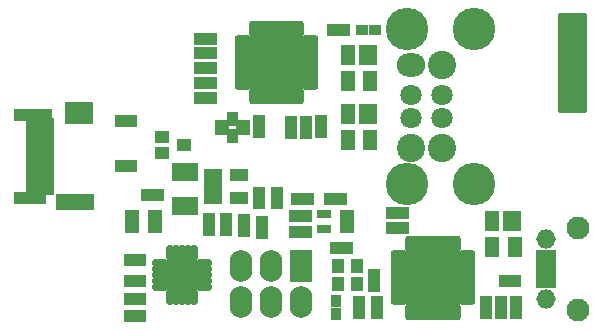
<source format=gts>
G04 #@! TF.FileFunction,Soldermask,Top*
%FSLAX46Y46*%
G04 Gerber Fmt 4.6, Leading zero omitted, Abs format (unit mm)*
G04 Created by KiCad (PCBNEW (2016-06-03 BZR 6882, Git b4ad18a)-product) date Fri Jun  3 13:02:59 2016*
%MOMM*%
%LPD*%
G01*
G04 APERTURE LIST*
%ADD10C,0.100000*%
%ADD11O,1.450000X0.700000*%
%ADD12O,0.700000X1.450000*%
%ADD13R,4.400000X4.400000*%
%ADD14O,0.700000X1.400000*%
%ADD15O,1.400000X0.700000*%
%ADD16R,2.650000X2.650000*%
%ADD17R,2.400000X0.660000*%
%ADD18R,2.400000X0.810000*%
%ADD19R,3.200000X0.975000*%
%ADD20R,2.700000X0.975000*%
%ADD21R,2.400000X1.900000*%
%ADD22R,3.200000X1.400000*%
%ADD23R,1.924000X2.686000*%
%ADD24O,1.924000X2.686000*%
%ADD25R,1.750000X0.800000*%
%ADD26O,1.950000X1.950000*%
%ADD27O,1.650000X1.650000*%
%ADD28C,1.800000*%
%ADD29C,2.400000*%
%ADD30O,2.400000X2.000000*%
%ADD31C,3.600000*%
%ADD32R,1.500000X1.700000*%
%ADD33R,1.300000X1.700000*%
%ADD34R,1.050000X1.250000*%
%ADD35R,1.000000X1.000000*%
%ADD36R,1.000000X1.050000*%
%ADD37R,1.050000X1.000000*%
%ADD38R,2.200000X1.600000*%
%ADD39R,1.500000X1.000000*%
%ADD40R,1.150000X0.800000*%
%ADD41R,1.250000X1.050000*%
%ADD42R,0.900000X1.100000*%
%ADD43R,1.100000X0.900000*%
%ADD44R,0.600000X1.200000*%
%ADD45R,1.200000X0.600000*%
%ADD46C,0.254000*%
G04 APERTURE END LIST*
D10*
D11*
X46850000Y-11000000D03*
X46850000Y-10500000D03*
X46850000Y-10000000D03*
X46850000Y-9500000D03*
X46850000Y-9000000D03*
X46850000Y-8500000D03*
X46850000Y-8000000D03*
X46850000Y-7500000D03*
X46850000Y-7000000D03*
D12*
X46000000Y-6150000D03*
X45500000Y-6150000D03*
X45000000Y-6150000D03*
X44500000Y-6150000D03*
X44000000Y-6150000D03*
X43500000Y-6150000D03*
X43000000Y-6150000D03*
X42500000Y-6150000D03*
X42000000Y-6150000D03*
D11*
X41150000Y-7000000D03*
X41150000Y-7500000D03*
X41150000Y-8000000D03*
X41150000Y-8500000D03*
X41150000Y-9000000D03*
X41150000Y-9500000D03*
X41150000Y-10000000D03*
X41150000Y-10500000D03*
X41150000Y-11000000D03*
D12*
X42000000Y-11850000D03*
X42500000Y-11850000D03*
X43000000Y-11850000D03*
X43500000Y-11850000D03*
X44000000Y-11850000D03*
X44500000Y-11850000D03*
X45000000Y-11850000D03*
X45500000Y-11850000D03*
X46000000Y-11850000D03*
D13*
X44000000Y-9000000D03*
D11*
X54400000Y-25250000D03*
X54400000Y-25750000D03*
X54400000Y-26250000D03*
X54400000Y-26750000D03*
X54400000Y-27250000D03*
X54400000Y-27750000D03*
X54400000Y-28250000D03*
X54400000Y-28750000D03*
X54400000Y-29250000D03*
D12*
X55250000Y-30100000D03*
X55750000Y-30100000D03*
X56250000Y-30100000D03*
X56750000Y-30100000D03*
X57250000Y-30100000D03*
X57750000Y-30100000D03*
X58250000Y-30100000D03*
X58750000Y-30100000D03*
X59250000Y-30100000D03*
D11*
X60100000Y-29250000D03*
X60100000Y-28750000D03*
X60100000Y-28250000D03*
X60100000Y-27750000D03*
X60100000Y-27250000D03*
X60100000Y-26750000D03*
X60100000Y-26250000D03*
X60100000Y-25750000D03*
X60100000Y-25250000D03*
D12*
X59250000Y-24400000D03*
X58750000Y-24400000D03*
X58250000Y-24400000D03*
X57750000Y-24400000D03*
X57250000Y-24400000D03*
X56750000Y-24400000D03*
X56250000Y-24400000D03*
X55750000Y-24400000D03*
X55250000Y-24400000D03*
D13*
X57250000Y-27250000D03*
D14*
X37000000Y-25150000D03*
X36500000Y-25150000D03*
X36000000Y-25150000D03*
X35500000Y-25150000D03*
X35000000Y-25150000D03*
D15*
X34150000Y-26000000D03*
X34150000Y-26500000D03*
X34150000Y-27000000D03*
X34150000Y-27500000D03*
X34150000Y-28000000D03*
D14*
X35000000Y-28850000D03*
X35500000Y-28850000D03*
X36000000Y-28850000D03*
X36500000Y-28850000D03*
X37000000Y-28850000D03*
D15*
X37850000Y-28000000D03*
X37850000Y-27500000D03*
X37850000Y-27000000D03*
X37850000Y-26500000D03*
X37850000Y-26000000D03*
D16*
X36000000Y-27000000D03*
D17*
X23950000Y-14750000D03*
X23950000Y-15250000D03*
X23950000Y-15750000D03*
X23950000Y-16250000D03*
X23950000Y-16750000D03*
X23950000Y-17250000D03*
X23950000Y-17750000D03*
X23950000Y-18250000D03*
X23950000Y-18750000D03*
X23950000Y-19250000D03*
D18*
X23950000Y-14175000D03*
X23950000Y-19825000D03*
D19*
X23400000Y-13487500D03*
D20*
X23150000Y-20512500D03*
D21*
X27300000Y-13325000D03*
D22*
X26900000Y-20825000D03*
D23*
X46040000Y-26206000D03*
D24*
X43500000Y-26206000D03*
X40960000Y-26206000D03*
X46040000Y-29254000D03*
X43500000Y-29254000D03*
X40960000Y-29254000D03*
D25*
X66800000Y-27800000D03*
X66800000Y-27150000D03*
X66800000Y-26500000D03*
X66800000Y-25850000D03*
X66800000Y-25200000D03*
D26*
X69500000Y-30000000D03*
X69500000Y-23000000D03*
D27*
X66800000Y-29000000D03*
X66800000Y-24000000D03*
D28*
X55380000Y-11750000D03*
X55380000Y-13750000D03*
X58000000Y-13750000D03*
X58000000Y-11750000D03*
D29*
X55380000Y-16250000D03*
X58000000Y-16250000D03*
X58000000Y-9250000D03*
D30*
X55380000Y-9250000D03*
D31*
X55030000Y-19320000D03*
X60710000Y-19320000D03*
X60710000Y-6180000D03*
X55030000Y-6180000D03*
D32*
X63950000Y-22400000D03*
D33*
X62250000Y-22400000D03*
X62250000Y-24600000D03*
X64150000Y-24600000D03*
D32*
X51750000Y-8400000D03*
D33*
X50050000Y-8400000D03*
X50050000Y-10600000D03*
X51950000Y-10600000D03*
D32*
X51750000Y-13400000D03*
D33*
X50050000Y-13400000D03*
X50050000Y-15600000D03*
X51950000Y-15600000D03*
D34*
X49175000Y-27775000D03*
X50825000Y-27775000D03*
X50825000Y-26225000D03*
X49175000Y-26225000D03*
D35*
X46450000Y-22000000D03*
X45550000Y-22000000D03*
X53800000Y-23000000D03*
X54700000Y-23000000D03*
X61750000Y-29300000D03*
X61750000Y-30200000D03*
X63300000Y-27500000D03*
X64200000Y-27500000D03*
X31700000Y-17750000D03*
X30800000Y-17750000D03*
X38450000Y-12000000D03*
X37550000Y-12000000D03*
X33950000Y-20250000D03*
X33050000Y-20250000D03*
X45550000Y-23400000D03*
X46450000Y-23400000D03*
X46500000Y-14950000D03*
X46500000Y-14050000D03*
X64250000Y-29300000D03*
X64250000Y-30200000D03*
X63000000Y-29300000D03*
X63000000Y-30200000D03*
X38450000Y-10750000D03*
X37550000Y-10750000D03*
X38450000Y-9500000D03*
X37550000Y-9500000D03*
X31700000Y-14000000D03*
X30800000Y-14000000D03*
X38450000Y-7000000D03*
X37550000Y-7000000D03*
X46650000Y-20600000D03*
X45750000Y-20600000D03*
D36*
X45250000Y-14950000D03*
X45250000Y-14050000D03*
D37*
X53800000Y-21750000D03*
X54700000Y-21750000D03*
X48800000Y-6250000D03*
X49700000Y-6250000D03*
D36*
X52500000Y-29300000D03*
X52500000Y-30200000D03*
X47750000Y-14900000D03*
X47750000Y-14000000D03*
D37*
X37550000Y-8250000D03*
X38450000Y-8250000D03*
X49950000Y-24750000D03*
X49050000Y-24750000D03*
D36*
X52250000Y-27900000D03*
X52250000Y-27000000D03*
X51000000Y-29300000D03*
X51000000Y-30200000D03*
X42500000Y-14900000D03*
X42500000Y-14000000D03*
D38*
X36250000Y-18300000D03*
X36250000Y-21200000D03*
D39*
X38650000Y-18550000D03*
X38650000Y-20450000D03*
X38650000Y-19500000D03*
X40850000Y-20450000D03*
X40850000Y-18550000D03*
D36*
X42500000Y-20950000D03*
X42500000Y-20050000D03*
X44000000Y-20950000D03*
X44000000Y-20050000D03*
D40*
X33700000Y-22500000D03*
X31800000Y-21850000D03*
X31800000Y-23150000D03*
X31800000Y-22500000D03*
X33700000Y-23150000D03*
X33700000Y-21850000D03*
D41*
X34300000Y-15350000D03*
X34300000Y-16650000D03*
X36200000Y-16000000D03*
D37*
X31550000Y-27500000D03*
X32450000Y-27500000D03*
D35*
X39750000Y-22300000D03*
X39750000Y-23200000D03*
X32450000Y-30500000D03*
X31550000Y-30500000D03*
X31550000Y-29050000D03*
X32450000Y-29050000D03*
X38250000Y-23200000D03*
X38250000Y-22300000D03*
D42*
X49000000Y-30350000D03*
X49000000Y-29250000D03*
D43*
X52300000Y-6250000D03*
X51200000Y-6250000D03*
D35*
X42800000Y-23450000D03*
X42800000Y-22550000D03*
X41200000Y-23250000D03*
X41200000Y-22350000D03*
X31550000Y-25750000D03*
X32450000Y-25750000D03*
D40*
X49950000Y-23150000D03*
X49950000Y-21850000D03*
X49950000Y-22500000D03*
X48050000Y-21850000D03*
X48050000Y-23150000D03*
D44*
X40450000Y-13800000D03*
X40050000Y-13800000D03*
X40050000Y-15200000D03*
X40450000Y-15200000D03*
D45*
X39350000Y-14100000D03*
X39350000Y-14500000D03*
X39350000Y-14900000D03*
X41150000Y-14500000D03*
X41150000Y-14100000D03*
X41150000Y-14900000D03*
D35*
X49450000Y-20600000D03*
X48550000Y-20600000D03*
D46*
G36*
X70123000Y-13123000D02*
X67877000Y-13123000D01*
X67877000Y-4877000D01*
X70123000Y-4877000D01*
X70123000Y-13123000D01*
X70123000Y-13123000D01*
G37*
X70123000Y-13123000D02*
X67877000Y-13123000D01*
X67877000Y-4877000D01*
X70123000Y-4877000D01*
X70123000Y-13123000D01*
M02*

</source>
